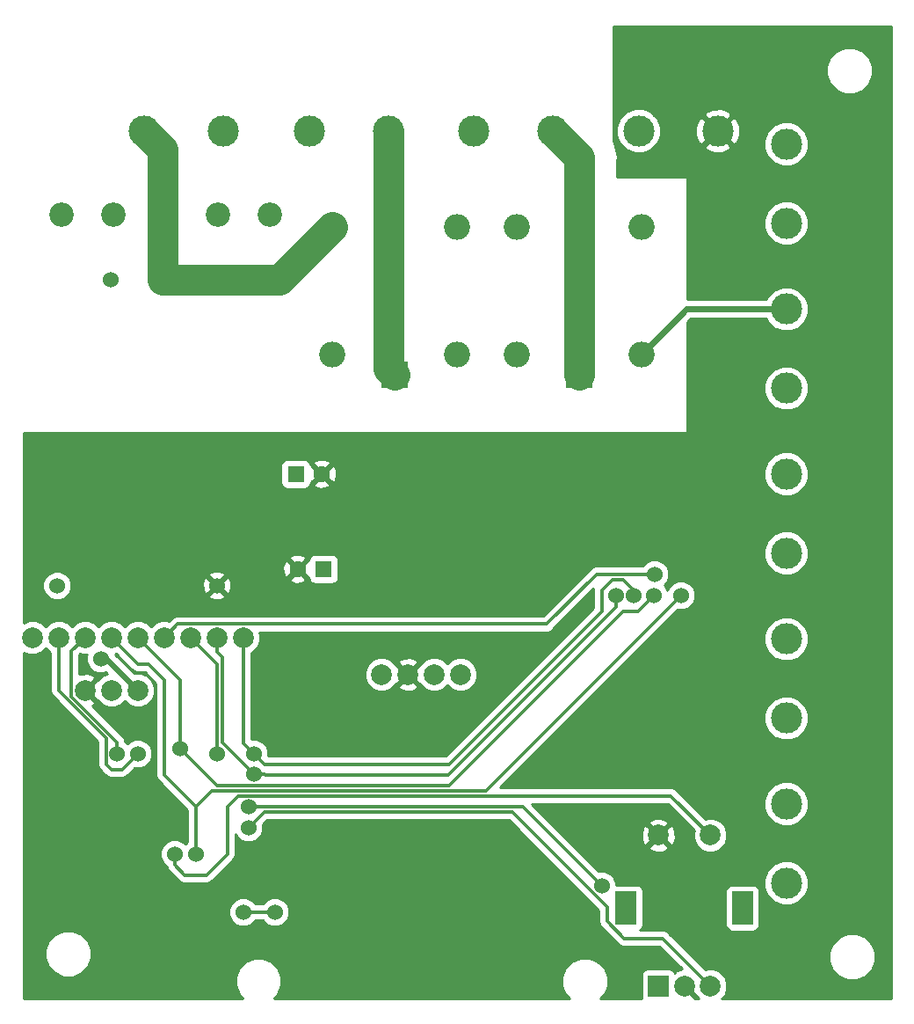
<source format=gbr>
G04 #@! TF.GenerationSoftware,KiCad,Pcbnew,5.0.0-fee4fd1~66~ubuntu16.04.1*
G04 #@! TF.CreationDate,2019-07-26T21:19:50+02:00*
G04 #@! TF.ProjectId,master_module,6D61737465725F6D6F64756C652E6B69,rev?*
G04 #@! TF.SameCoordinates,Original*
G04 #@! TF.FileFunction,Copper,L2,Bot,Signal*
G04 #@! TF.FilePolarity,Positive*
%FSLAX46Y46*%
G04 Gerber Fmt 4.6, Leading zero omitted, Abs format (unit mm)*
G04 Created by KiCad (PCBNEW 5.0.0-fee4fd1~66~ubuntu16.04.1) date Fri Jul 26 21:19:50 2019*
%MOMM*%
%LPD*%
G01*
G04 APERTURE LIST*
G04 #@! TA.AperFunction,ComponentPad*
%ADD10C,3.000000*%
G04 #@! TD*
G04 #@! TA.AperFunction,ComponentPad*
%ADD11R,2.500000X2.500000*%
G04 #@! TD*
G04 #@! TA.AperFunction,ComponentPad*
%ADD12O,2.500000X2.500000*%
G04 #@! TD*
G04 #@! TA.AperFunction,ComponentPad*
%ADD13C,2.000000*%
G04 #@! TD*
G04 #@! TA.AperFunction,ComponentPad*
%ADD14C,1.600000*%
G04 #@! TD*
G04 #@! TA.AperFunction,ComponentPad*
%ADD15R,1.600000X1.600000*%
G04 #@! TD*
G04 #@! TA.AperFunction,ComponentPad*
%ADD16C,2.350000*%
G04 #@! TD*
G04 #@! TA.AperFunction,ComponentPad*
%ADD17R,2.000000X3.200000*%
G04 #@! TD*
G04 #@! TA.AperFunction,ComponentPad*
%ADD18R,2.000000X2.000000*%
G04 #@! TD*
G04 #@! TA.AperFunction,ComponentPad*
%ADD19C,1.524000*%
G04 #@! TD*
G04 #@! TA.AperFunction,ViaPad*
%ADD20C,1.524000*%
G04 #@! TD*
G04 #@! TA.AperFunction,Conductor*
%ADD21C,0.609600*%
G04 #@! TD*
G04 #@! TA.AperFunction,Conductor*
%ADD22C,0.304800*%
G04 #@! TD*
G04 #@! TA.AperFunction,Conductor*
%ADD23C,3.000000*%
G04 #@! TD*
G04 #@! TA.AperFunction,Conductor*
%ADD24C,1.000000*%
G04 #@! TD*
G04 #@! TA.AperFunction,Conductor*
%ADD25C,0.254000*%
G04 #@! TD*
G04 APERTURE END LIST*
D10*
G04 #@! TO.P,J10,1*
G04 #@! TO.N,/230V_B*
X123190000Y-50800000D03*
G04 #@! TO.P,J10,2*
G04 #@! TO.N,/230V_E*
X130810000Y-50800000D03*
G04 #@! TD*
D11*
G04 #@! TO.P,K1,1*
G04 #@! TO.N,/230V_E*
X131445000Y-74295000D03*
D12*
G04 #@! TO.P,K1,2*
G04 #@! TO.N,+12V*
X137445000Y-72295000D03*
G04 #@! TO.P,K1,3*
G04 #@! TO.N,Net-(K1-Pad3)*
X137445000Y-60095000D03*
G04 #@! TO.P,K1,4*
G04 #@! TO.N,/230V_C*
X125445000Y-60095000D03*
G04 #@! TO.P,K1,5*
G04 #@! TO.N,RE1*
X125445000Y-72295000D03*
G04 #@! TD*
D13*
G04 #@! TO.P,J1,1*
G04 #@! TO.N,SDA*
X137795000Y-103124000D03*
G04 #@! TO.P,J1,2*
G04 #@! TO.N,SCL*
X135255000Y-103124000D03*
G04 #@! TO.P,J1,3*
G04 #@! TO.N,GND*
X132715000Y-103124000D03*
G04 #@! TO.P,J1,4*
G04 #@! TO.N,+3V3*
X130175000Y-103124000D03*
G04 #@! TD*
D10*
G04 #@! TO.P,J12,1*
G04 #@! TO.N,+12V*
X154940000Y-50800000D03*
G04 #@! TO.P,J12,2*
G04 #@! TO.N,GND*
X162560000Y-50800000D03*
G04 #@! TD*
G04 #@! TO.P,J3,2*
G04 #@! TO.N,/RE3*
X169164000Y-59690000D03*
G04 #@! TO.P,J3,1*
G04 #@! TO.N,+12V*
X169164000Y-52070000D03*
G04 #@! TD*
G04 #@! TO.P,J4,1*
G04 #@! TO.N,+12V*
X169164000Y-67945000D03*
G04 #@! TO.P,J4,2*
G04 #@! TO.N,/RE4*
X169164000Y-75565000D03*
G04 #@! TD*
G04 #@! TO.P,J5,2*
G04 #@! TO.N,/RE5*
X169164000Y-91440000D03*
G04 #@! TO.P,J5,1*
G04 #@! TO.N,+12V*
X169164000Y-83820000D03*
G04 #@! TD*
G04 #@! TO.P,J6,1*
G04 #@! TO.N,+12V*
X169164000Y-115570000D03*
G04 #@! TO.P,J6,2*
G04 #@! TO.N,/RE7*
X169164000Y-123190000D03*
G04 #@! TD*
G04 #@! TO.P,J7,2*
G04 #@! TO.N,/RE6*
X169164000Y-107315000D03*
G04 #@! TO.P,J7,1*
G04 #@! TO.N,+12V*
X169164000Y-99695000D03*
G04 #@! TD*
G04 #@! TO.P,J9,2*
G04 #@! TO.N,/230V_A*
X114935000Y-50800000D03*
G04 #@! TO.P,J9,1*
G04 #@! TO.N,/230V_C*
X107315000Y-50800000D03*
G04 #@! TD*
G04 #@! TO.P,J11,2*
G04 #@! TO.N,/230V_F*
X146685000Y-50800000D03*
G04 #@! TO.P,J11,1*
G04 #@! TO.N,/230V_B*
X139065000Y-50800000D03*
G04 #@! TD*
D12*
G04 #@! TO.P,K2,5*
G04 #@! TO.N,RE2*
X143225000Y-72295000D03*
G04 #@! TO.P,K2,4*
G04 #@! TO.N,/230V_C*
X143225000Y-60095000D03*
G04 #@! TO.P,K2,3*
G04 #@! TO.N,Net-(K2-Pad3)*
X155225000Y-60095000D03*
G04 #@! TO.P,K2,2*
G04 #@! TO.N,+12V*
X155225000Y-72295000D03*
D11*
G04 #@! TO.P,K2,1*
G04 #@! TO.N,/230V_F*
X149225000Y-74295000D03*
G04 #@! TD*
D13*
G04 #@! TO.P,JP1,1*
G04 #@! TO.N,+3V3*
X106680000Y-104648000D03*
G04 #@! TO.P,JP1,2*
G04 #@! TO.N,Net-(JP1-Pad2)*
X104140000Y-104648000D03*
G04 #@! TO.P,JP1,3*
G04 #@! TO.N,GND*
X101600000Y-104648000D03*
G04 #@! TD*
G04 #@! TO.P,J2,1*
G04 #@! TO.N,GPIO0*
X96520000Y-99568000D03*
G04 #@! TO.P,J2,2*
G04 #@! TO.N,RX*
X99060000Y-99568000D03*
G04 #@! TO.P,J2,3*
G04 #@! TO.N,TX*
X101600000Y-99568000D03*
G04 #@! TO.P,J2,4*
G04 #@! TO.N,ENABLE*
X104140000Y-99568000D03*
G04 #@! TO.P,J2,5*
G04 #@! TO.N,LATCH*
X106680000Y-99568000D03*
G04 #@! TO.P,J2,6*
G04 #@! TO.N,DOUT*
X109220000Y-99568000D03*
G04 #@! TO.P,J2,7*
G04 #@! TO.N,/MISO*
X111760000Y-99568000D03*
G04 #@! TO.P,J2,8*
G04 #@! TO.N,/MOSI*
X114300000Y-99568000D03*
G04 #@! TO.P,J2,9*
G04 #@! TO.N,/SCLK*
X116840000Y-99568000D03*
G04 #@! TD*
D14*
G04 #@! TO.P,C3,2*
G04 #@! TO.N,GND*
X122087000Y-92964000D03*
D15*
G04 #@! TO.P,C3,1*
G04 #@! TO.N,+3V3*
X124587000Y-92964000D03*
G04 #@! TD*
G04 #@! TO.P,C2,1*
G04 #@! TO.N,+12V*
X121920000Y-83820000D03*
D14*
G04 #@! TO.P,C2,2*
G04 #@! TO.N,GND*
X124420000Y-83820000D03*
G04 #@! TD*
D16*
G04 #@! TO.P,F1,2*
G04 #@! TO.N,/230V_A*
X104380000Y-58902600D03*
X99380000Y-58902600D03*
G04 #@! TO.P,F1,1*
G04 #@! TO.N,/230V_B*
X114380000Y-58902600D03*
X119380000Y-58902600D03*
G04 #@! TD*
D13*
G04 #@! TO.P,SW1,S1*
G04 #@! TO.N,C*
X161845000Y-118596000D03*
G04 #@! TO.P,SW1,S2*
G04 #@! TO.N,GND*
X156845000Y-118596000D03*
D17*
G04 #@! TO.P,SW1,MP*
G04 #@! TO.N,N/C*
X164945000Y-125596000D03*
X153745000Y-125596000D03*
D13*
G04 #@! TO.P,SW1,B*
G04 #@! TO.N,B*
X161845000Y-133096000D03*
G04 #@! TO.P,SW1,C*
G04 #@! TO.N,GND*
X159345000Y-133096000D03*
D18*
G04 #@! TO.P,SW1,A*
G04 #@! TO.N,A*
X156845000Y-133096000D03*
G04 #@! TD*
D19*
G04 #@! TO.P,T1,1*
G04 #@! TO.N,/230V_C*
X109120000Y-65165000D03*
G04 #@! TO.P,T1,2*
G04 #@! TO.N,/230V_B*
X104120000Y-65165000D03*
G04 #@! TO.P,T1,3*
G04 #@! TO.N,GND*
X114320000Y-94565000D03*
G04 #@! TO.P,T1,4*
G04 #@! TO.N,+12V*
X98920000Y-94565000D03*
G04 #@! TD*
D20*
G04 #@! TO.N,+3V3*
X103124000Y-101600000D03*
G04 #@! TO.N,GND*
X155448000Y-87884000D03*
X134112000Y-107696000D03*
X127000000Y-122936000D03*
X165100000Y-108204000D03*
X168656000Y-103632000D03*
X165100000Y-94488000D03*
X167132000Y-79756000D03*
X166624000Y-63500000D03*
X141732000Y-82804000D03*
X144272000Y-92964000D03*
X125476000Y-101092000D03*
X141224000Y-104648000D03*
X156489400Y-130251200D03*
X113588800Y-127457200D03*
X125933200Y-132181600D03*
X111937800Y-132207000D03*
G04 #@! TO.N,CE*
X116840000Y-125984000D03*
X119888000Y-125984000D03*
G04 #@! TO.N,/SCLK*
X117856000Y-110744000D03*
X154432000Y-95504000D03*
G04 #@! TO.N,/MOSI*
X152755750Y-95527322D03*
X117856000Y-112725178D03*
G04 #@! TO.N,/MISO*
X114300000Y-110744000D03*
G04 #@! TO.N,C*
X110236000Y-120396000D03*
G04 #@! TO.N,B*
X117348000Y-117856000D03*
G04 #@! TO.N,A*
X151384000Y-123444000D03*
X117364107Y-115874810D03*
G04 #@! TO.N,RX*
X106680000Y-110744000D03*
G04 #@! TO.N,TX*
X104698810Y-110744000D03*
G04 #@! TO.N,ENABLE*
X159004000Y-95504000D03*
X112268000Y-120396000D03*
G04 #@! TO.N,LATCH*
X110744000Y-110236000D03*
X156413190Y-95504000D03*
G04 #@! TO.N,DOUT*
X156464000Y-93472000D03*
G04 #@! TD*
D21*
G04 #@! TO.N,+3V3*
X106680000Y-104648000D02*
X103632000Y-101600000D01*
X103632000Y-101600000D02*
X103124000Y-101600000D01*
D22*
G04 #@! TO.N,CE*
X116840000Y-125984000D02*
X119888000Y-125984000D01*
G04 #@! TO.N,/SCLK*
X117856000Y-110744000D02*
X118872000Y-111760000D01*
X118872000Y-111760000D02*
X136652000Y-111760000D01*
X136652000Y-111760000D02*
X151384000Y-97028000D01*
X151384000Y-97028000D02*
X151384000Y-94996000D01*
X151384000Y-94996000D02*
X152400000Y-93980000D01*
X152400000Y-93980000D02*
X153416000Y-93980000D01*
X154432000Y-94996000D02*
X154432000Y-95504000D01*
X153416000Y-93980000D02*
X154432000Y-94996000D01*
X117856000Y-110744000D02*
X116840000Y-109728000D01*
X116840000Y-109728000D02*
X116840000Y-99568000D01*
G04 #@! TO.N,/MOSI*
X114300000Y-100982213D02*
X114808000Y-101490213D01*
X136584702Y-112776000D02*
X118984452Y-112776000D01*
X114808000Y-101490213D02*
X114808000Y-109677178D01*
X114808000Y-109677178D02*
X117094001Y-111963179D01*
X152755750Y-95527322D02*
X152755750Y-96604952D01*
X118933630Y-112725178D02*
X117856000Y-112725178D01*
X114300000Y-99568000D02*
X114300000Y-100982213D01*
X152755750Y-96604952D02*
X136584702Y-112776000D01*
X118984452Y-112776000D02*
X118933630Y-112725178D01*
X117094001Y-111963179D02*
X117856000Y-112725178D01*
G04 #@! TO.N,/MISO*
X111760000Y-99568000D02*
X114300000Y-102108000D01*
X114300000Y-102108000D02*
X114300000Y-109666370D01*
X114300000Y-109666370D02*
X114300000Y-110744000D01*
D21*
G04 #@! TO.N,+12V*
X159575000Y-67945000D02*
X155225000Y-72295000D01*
X169164000Y-67945000D02*
X159575000Y-67945000D01*
D22*
G04 #@! TO.N,C*
X110236000Y-121473630D02*
X111190370Y-122428000D01*
X110236000Y-120396000D02*
X110236000Y-121473630D01*
X111190370Y-122428000D02*
X113284000Y-122428000D01*
X113284000Y-122428000D02*
X115316000Y-120396000D01*
X115316000Y-120396000D02*
X115316000Y-115824000D01*
X115316000Y-115824000D02*
X116332000Y-114808000D01*
X158057000Y-114808000D02*
X161845000Y-118596000D01*
X116332000Y-114808000D02*
X158057000Y-114808000D01*
G04 #@! TO.N,B*
X157273000Y-128524000D02*
X161845000Y-133096000D01*
X153524358Y-128524000D02*
X157273000Y-128524000D01*
X151892000Y-126891642D02*
X153524358Y-128524000D01*
X151892000Y-125476000D02*
X151892000Y-126891642D01*
X142748000Y-116332000D02*
X151892000Y-125476000D01*
X117348000Y-117856000D02*
X118872000Y-116332000D01*
X118872000Y-116332000D02*
X142748000Y-116332000D01*
G04 #@! TO.N,A*
X118441758Y-115874789D02*
X118441737Y-115874810D01*
X118441737Y-115874810D02*
X117364107Y-115874810D01*
X151384000Y-123444000D02*
X143814789Y-115874789D01*
X143814789Y-115874789D02*
X118441758Y-115874789D01*
G04 #@! TO.N,RX*
X99060000Y-104648000D02*
X99060000Y-99568000D01*
X103632000Y-109220000D02*
X99060000Y-104648000D01*
X103632000Y-111760000D02*
X103632000Y-109220000D01*
X104140000Y-112268000D02*
X103632000Y-111760000D01*
X106680000Y-110744000D02*
X105156000Y-112268000D01*
X105156000Y-112268000D02*
X104140000Y-112268000D01*
G04 #@! TO.N,TX*
X101600000Y-99568000D02*
X100295199Y-100872801D01*
X104698810Y-109666370D02*
X104698810Y-110744000D01*
X100295199Y-100872801D02*
X100295199Y-105236607D01*
X104698810Y-109640218D02*
X104698810Y-109666370D01*
X100295199Y-105236607D02*
X104698810Y-109640218D01*
G04 #@! TO.N,ENABLE*
X112268000Y-115824000D02*
X112268000Y-120396000D01*
X106680000Y-102108000D02*
X104140000Y-99568000D01*
X107696000Y-102108000D02*
X106680000Y-102108000D01*
X109220000Y-103632000D02*
X107696000Y-102108000D01*
X112268000Y-115824000D02*
X109220000Y-112776000D01*
X109220000Y-112776000D02*
X109220000Y-103632000D01*
X113792000Y-114300000D02*
X112268000Y-115824000D01*
X159004000Y-95504000D02*
X140208000Y-114300000D01*
X140208000Y-114300000D02*
X113792000Y-114300000D01*
G04 #@! TO.N,LATCH*
X110744000Y-103632000D02*
X106680000Y-99568000D01*
X110744000Y-110236000D02*
X110744000Y-103632000D01*
X136652000Y-113792000D02*
X153416000Y-97028000D01*
X118557459Y-113792000D02*
X136652000Y-113792000D01*
X153416000Y-97028000D02*
X154889190Y-97028000D01*
X118557447Y-113791988D02*
X118557459Y-113792000D01*
X114299988Y-113791988D02*
X118557447Y-113791988D01*
X154889190Y-97028000D02*
X155651191Y-96265999D01*
X155651191Y-96265999D02*
X156413190Y-95504000D01*
X110744000Y-110236000D02*
X114299988Y-113791988D01*
G04 #@! TO.N,DOUT*
X110524801Y-98263199D02*
X146084801Y-98263199D01*
X109220000Y-99568000D02*
X110524801Y-98263199D01*
X146084801Y-98263199D02*
X150876000Y-93472000D01*
X150876000Y-93472000D02*
X156464000Y-93472000D01*
D23*
G04 #@! TO.N,/230V_F*
X149225000Y-53340000D02*
X149225000Y-74295000D01*
X146685000Y-50800000D02*
X149225000Y-53340000D01*
D24*
G04 #@! TO.N,/230V_E*
X131445000Y-51435000D02*
X130810000Y-50800000D01*
D23*
X130810000Y-73660000D02*
X131445000Y-74295000D01*
X130810000Y-50800000D02*
X130810000Y-73660000D01*
G04 #@! TO.N,/230V_C*
X109120000Y-52605000D02*
X109120000Y-65165000D01*
X107315000Y-50800000D02*
X109120000Y-52605000D01*
X120375000Y-65165000D02*
X125445000Y-60095000D01*
X109120000Y-65165000D02*
X120375000Y-65165000D01*
G04 #@! TD*
D25*
G04 #@! TO.N,GND*
G36*
X159538748Y-133081858D02*
X159524605Y-133096000D01*
X160497532Y-134068927D01*
X160503486Y-134066725D01*
X160726761Y-134290000D01*
X160302595Y-134290000D01*
X160317927Y-134248532D01*
X159345000Y-133275605D01*
X159330858Y-133289748D01*
X159151253Y-133110143D01*
X159165395Y-133096000D01*
X159151253Y-133081858D01*
X159330858Y-132902253D01*
X159345000Y-132916395D01*
X159359143Y-132902253D01*
X159538748Y-133081858D01*
X159538748Y-133081858D01*
G37*
X159538748Y-133081858D02*
X159524605Y-133096000D01*
X160497532Y-134068927D01*
X160503486Y-134066725D01*
X160726761Y-134290000D01*
X160302595Y-134290000D01*
X160317927Y-134248532D01*
X159345000Y-133275605D01*
X159330858Y-133289748D01*
X159151253Y-133110143D01*
X159165395Y-133096000D01*
X159151253Y-133081858D01*
X159330858Y-132902253D01*
X159345000Y-132916395D01*
X159359143Y-132902253D01*
X159538748Y-133081858D01*
G36*
X179290001Y-134290000D02*
X162963239Y-134290000D01*
X163231086Y-134022153D01*
X163480000Y-133421222D01*
X163480000Y-132770778D01*
X163231086Y-132169847D01*
X162771153Y-131709914D01*
X162170222Y-131461000D01*
X161519778Y-131461000D01*
X161381025Y-131518473D01*
X159719983Y-129857431D01*
X173279000Y-129857431D01*
X173279000Y-130746569D01*
X173619259Y-131568026D01*
X174247974Y-132196741D01*
X175069431Y-132537000D01*
X175958569Y-132537000D01*
X176780026Y-132196741D01*
X177408741Y-131568026D01*
X177749000Y-130746569D01*
X177749000Y-129857431D01*
X177408741Y-129035974D01*
X176780026Y-128407259D01*
X175958569Y-128067000D01*
X175069431Y-128067000D01*
X174247974Y-128407259D01*
X173619259Y-129035974D01*
X173279000Y-129857431D01*
X159719983Y-129857431D01*
X157884616Y-128022065D01*
X157840684Y-127956316D01*
X157580228Y-127782285D01*
X157350552Y-127736600D01*
X157350551Y-127736600D01*
X157273000Y-127721174D01*
X157195449Y-127736600D01*
X155078904Y-127736600D01*
X155202809Y-127653809D01*
X155343157Y-127443765D01*
X155392440Y-127196000D01*
X155392440Y-123996000D01*
X163297560Y-123996000D01*
X163297560Y-127196000D01*
X163346843Y-127443765D01*
X163487191Y-127653809D01*
X163697235Y-127794157D01*
X163945000Y-127843440D01*
X165945000Y-127843440D01*
X166192765Y-127794157D01*
X166402809Y-127653809D01*
X166543157Y-127443765D01*
X166592440Y-127196000D01*
X166592440Y-123996000D01*
X166543157Y-123748235D01*
X166402809Y-123538191D01*
X166192765Y-123397843D01*
X165945000Y-123348560D01*
X163945000Y-123348560D01*
X163697235Y-123397843D01*
X163487191Y-123538191D01*
X163346843Y-123748235D01*
X163297560Y-123996000D01*
X155392440Y-123996000D01*
X155343157Y-123748235D01*
X155202809Y-123538191D01*
X154992765Y-123397843D01*
X154745000Y-123348560D01*
X152781000Y-123348560D01*
X152781000Y-123166119D01*
X152614985Y-122765322D01*
X167029000Y-122765322D01*
X167029000Y-123614678D01*
X167354034Y-124399380D01*
X167954620Y-124999966D01*
X168739322Y-125325000D01*
X169588678Y-125325000D01*
X170373380Y-124999966D01*
X170973966Y-124399380D01*
X171299000Y-123614678D01*
X171299000Y-122765322D01*
X170973966Y-121980620D01*
X170373380Y-121380034D01*
X169588678Y-121055000D01*
X168739322Y-121055000D01*
X167954620Y-121380034D01*
X167354034Y-121980620D01*
X167029000Y-122765322D01*
X152614985Y-122765322D01*
X152568320Y-122652663D01*
X152175337Y-122259680D01*
X151661881Y-122047000D01*
X151106119Y-122047000D01*
X151102182Y-122048631D01*
X148802083Y-119748532D01*
X155872073Y-119748532D01*
X155970736Y-120015387D01*
X156580461Y-120241908D01*
X157230460Y-120217856D01*
X157719264Y-120015387D01*
X157817927Y-119748532D01*
X156845000Y-118775605D01*
X155872073Y-119748532D01*
X148802083Y-119748532D01*
X147385012Y-118331461D01*
X155199092Y-118331461D01*
X155223144Y-118981460D01*
X155425613Y-119470264D01*
X155692468Y-119568927D01*
X156665395Y-118596000D01*
X157024605Y-118596000D01*
X157997532Y-119568927D01*
X158264387Y-119470264D01*
X158490908Y-118860539D01*
X158466856Y-118210540D01*
X158264387Y-117721736D01*
X157997532Y-117623073D01*
X157024605Y-118596000D01*
X156665395Y-118596000D01*
X155692468Y-117623073D01*
X155425613Y-117721736D01*
X155199092Y-118331461D01*
X147385012Y-118331461D01*
X146497019Y-117443468D01*
X155872073Y-117443468D01*
X156845000Y-118416395D01*
X157817927Y-117443468D01*
X157719264Y-117176613D01*
X157109539Y-116950092D01*
X156459540Y-116974144D01*
X155970736Y-117176613D01*
X155872073Y-117443468D01*
X146497019Y-117443468D01*
X144648951Y-115595400D01*
X157730849Y-115595400D01*
X160267473Y-118132025D01*
X160210000Y-118270778D01*
X160210000Y-118921222D01*
X160458914Y-119522153D01*
X160918847Y-119982086D01*
X161519778Y-120231000D01*
X162170222Y-120231000D01*
X162771153Y-119982086D01*
X163231086Y-119522153D01*
X163480000Y-118921222D01*
X163480000Y-118270778D01*
X163231086Y-117669847D01*
X162771153Y-117209914D01*
X162170222Y-116961000D01*
X161519778Y-116961000D01*
X161381025Y-117018473D01*
X159507874Y-115145322D01*
X167029000Y-115145322D01*
X167029000Y-115994678D01*
X167354034Y-116779380D01*
X167954620Y-117379966D01*
X168739322Y-117705000D01*
X169588678Y-117705000D01*
X170373380Y-117379966D01*
X170973966Y-116779380D01*
X171299000Y-115994678D01*
X171299000Y-115145322D01*
X170973966Y-114360620D01*
X170373380Y-113760034D01*
X169588678Y-113435000D01*
X168739322Y-113435000D01*
X167954620Y-113760034D01*
X167354034Y-114360620D01*
X167029000Y-115145322D01*
X159507874Y-115145322D01*
X158668616Y-114306065D01*
X158624684Y-114240316D01*
X158364228Y-114066285D01*
X158134552Y-114020600D01*
X158134551Y-114020600D01*
X158057000Y-114005174D01*
X157979449Y-114020600D01*
X141600951Y-114020600D01*
X148731229Y-106890322D01*
X167029000Y-106890322D01*
X167029000Y-107739678D01*
X167354034Y-108524380D01*
X167954620Y-109124966D01*
X168739322Y-109450000D01*
X169588678Y-109450000D01*
X170373380Y-109124966D01*
X170973966Y-108524380D01*
X171299000Y-107739678D01*
X171299000Y-106890322D01*
X170973966Y-106105620D01*
X170373380Y-105505034D01*
X169588678Y-105180000D01*
X168739322Y-105180000D01*
X167954620Y-105505034D01*
X167354034Y-106105620D01*
X167029000Y-106890322D01*
X148731229Y-106890322D01*
X156351229Y-99270322D01*
X167029000Y-99270322D01*
X167029000Y-100119678D01*
X167354034Y-100904380D01*
X167954620Y-101504966D01*
X168739322Y-101830000D01*
X169588678Y-101830000D01*
X170373380Y-101504966D01*
X170973966Y-100904380D01*
X171299000Y-100119678D01*
X171299000Y-99270322D01*
X170973966Y-98485620D01*
X170373380Y-97885034D01*
X169588678Y-97560000D01*
X168739322Y-97560000D01*
X167954620Y-97885034D01*
X167354034Y-98485620D01*
X167029000Y-99270322D01*
X156351229Y-99270322D01*
X158722183Y-96899369D01*
X158726119Y-96901000D01*
X159281881Y-96901000D01*
X159795337Y-96688320D01*
X160188320Y-96295337D01*
X160401000Y-95781881D01*
X160401000Y-95226119D01*
X160188320Y-94712663D01*
X159795337Y-94319680D01*
X159281881Y-94107000D01*
X158726119Y-94107000D01*
X158212663Y-94319680D01*
X157819680Y-94712663D01*
X157708595Y-94980846D01*
X157597510Y-94712663D01*
X157398252Y-94513405D01*
X157648320Y-94263337D01*
X157861000Y-93749881D01*
X157861000Y-93194119D01*
X157648320Y-92680663D01*
X157255337Y-92287680D01*
X156741881Y-92075000D01*
X156186119Y-92075000D01*
X155672663Y-92287680D01*
X155279680Y-92680663D01*
X155278049Y-92684600D01*
X150953551Y-92684600D01*
X150876000Y-92669174D01*
X150798449Y-92684600D01*
X150798448Y-92684600D01*
X150568772Y-92730285D01*
X150308316Y-92904316D01*
X150264386Y-92970062D01*
X145758650Y-97475799D01*
X110602351Y-97475799D01*
X110524800Y-97460373D01*
X110447249Y-97475799D01*
X110217573Y-97521484D01*
X109957117Y-97695515D01*
X109913187Y-97761261D01*
X109683975Y-97990473D01*
X109545222Y-97933000D01*
X108894778Y-97933000D01*
X108293847Y-98181914D01*
X107950000Y-98525761D01*
X107606153Y-98181914D01*
X107005222Y-97933000D01*
X106354778Y-97933000D01*
X105753847Y-98181914D01*
X105410000Y-98525761D01*
X105066153Y-98181914D01*
X104465222Y-97933000D01*
X103814778Y-97933000D01*
X103213847Y-98181914D01*
X102870000Y-98525761D01*
X102526153Y-98181914D01*
X101925222Y-97933000D01*
X101274778Y-97933000D01*
X100673847Y-98181914D01*
X100330000Y-98525761D01*
X99986153Y-98181914D01*
X99385222Y-97933000D01*
X98734778Y-97933000D01*
X98133847Y-98181914D01*
X97790000Y-98525761D01*
X97446153Y-98181914D01*
X96845222Y-97933000D01*
X96194778Y-97933000D01*
X95710000Y-98133802D01*
X95710000Y-94287119D01*
X97523000Y-94287119D01*
X97523000Y-94842881D01*
X97735680Y-95356337D01*
X98128663Y-95749320D01*
X98642119Y-95962000D01*
X99197881Y-95962000D01*
X99711337Y-95749320D01*
X99915444Y-95545213D01*
X113519392Y-95545213D01*
X113588857Y-95787397D01*
X114112302Y-95974144D01*
X114667368Y-95946362D01*
X115051143Y-95787397D01*
X115120608Y-95545213D01*
X114320000Y-94744605D01*
X113519392Y-95545213D01*
X99915444Y-95545213D01*
X100104320Y-95356337D01*
X100317000Y-94842881D01*
X100317000Y-94357302D01*
X112910856Y-94357302D01*
X112938638Y-94912368D01*
X113097603Y-95296143D01*
X113339787Y-95365608D01*
X114140395Y-94565000D01*
X114499605Y-94565000D01*
X115300213Y-95365608D01*
X115542397Y-95296143D01*
X115729144Y-94772698D01*
X115701362Y-94217632D01*
X115599513Y-93971745D01*
X121258861Y-93971745D01*
X121332995Y-94217864D01*
X121870223Y-94410965D01*
X122440454Y-94383778D01*
X122841005Y-94217864D01*
X122915139Y-93971745D01*
X122087000Y-93143605D01*
X121258861Y-93971745D01*
X115599513Y-93971745D01*
X115542397Y-93833857D01*
X115300213Y-93764392D01*
X114499605Y-94565000D01*
X114140395Y-94565000D01*
X113339787Y-93764392D01*
X113097603Y-93833857D01*
X112910856Y-94357302D01*
X100317000Y-94357302D01*
X100317000Y-94287119D01*
X100104320Y-93773663D01*
X99915444Y-93584787D01*
X113519392Y-93584787D01*
X114320000Y-94385395D01*
X115120608Y-93584787D01*
X115051143Y-93342603D01*
X114527698Y-93155856D01*
X113972632Y-93183638D01*
X113588857Y-93342603D01*
X113519392Y-93584787D01*
X99915444Y-93584787D01*
X99711337Y-93380680D01*
X99197881Y-93168000D01*
X98642119Y-93168000D01*
X98128663Y-93380680D01*
X97735680Y-93773663D01*
X97523000Y-94287119D01*
X95710000Y-94287119D01*
X95710000Y-92747223D01*
X120640035Y-92747223D01*
X120667222Y-93317454D01*
X120833136Y-93718005D01*
X121079255Y-93792139D01*
X121907395Y-92964000D01*
X122266605Y-92964000D01*
X123094745Y-93792139D01*
X123142307Y-93777813D01*
X123188843Y-94011765D01*
X123329191Y-94221809D01*
X123539235Y-94362157D01*
X123787000Y-94411440D01*
X125387000Y-94411440D01*
X125634765Y-94362157D01*
X125844809Y-94221809D01*
X125985157Y-94011765D01*
X126034440Y-93764000D01*
X126034440Y-92164000D01*
X125985157Y-91916235D01*
X125844809Y-91706191D01*
X125634765Y-91565843D01*
X125387000Y-91516560D01*
X123787000Y-91516560D01*
X123539235Y-91565843D01*
X123329191Y-91706191D01*
X123188843Y-91916235D01*
X123142307Y-92150187D01*
X123094745Y-92135861D01*
X122266605Y-92964000D01*
X121907395Y-92964000D01*
X121079255Y-92135861D01*
X120833136Y-92209995D01*
X120640035Y-92747223D01*
X95710000Y-92747223D01*
X95710000Y-91956255D01*
X121258861Y-91956255D01*
X122087000Y-92784395D01*
X122915139Y-91956255D01*
X122841005Y-91710136D01*
X122303777Y-91517035D01*
X121733546Y-91544222D01*
X121332995Y-91710136D01*
X121258861Y-91956255D01*
X95710000Y-91956255D01*
X95710000Y-91015322D01*
X167029000Y-91015322D01*
X167029000Y-91864678D01*
X167354034Y-92649380D01*
X167954620Y-93249966D01*
X168739322Y-93575000D01*
X169588678Y-93575000D01*
X170373380Y-93249966D01*
X170973966Y-92649380D01*
X171299000Y-91864678D01*
X171299000Y-91015322D01*
X170973966Y-90230620D01*
X170373380Y-89630034D01*
X169588678Y-89305000D01*
X168739322Y-89305000D01*
X167954620Y-89630034D01*
X167354034Y-90230620D01*
X167029000Y-91015322D01*
X95710000Y-91015322D01*
X95710000Y-83020000D01*
X120472560Y-83020000D01*
X120472560Y-84620000D01*
X120521843Y-84867765D01*
X120662191Y-85077809D01*
X120872235Y-85218157D01*
X121120000Y-85267440D01*
X122720000Y-85267440D01*
X122967765Y-85218157D01*
X123177809Y-85077809D01*
X123318157Y-84867765D01*
X123326117Y-84827745D01*
X123591861Y-84827745D01*
X123665995Y-85073864D01*
X124203223Y-85266965D01*
X124773454Y-85239778D01*
X125174005Y-85073864D01*
X125248139Y-84827745D01*
X124420000Y-83999605D01*
X123591861Y-84827745D01*
X123326117Y-84827745D01*
X123364693Y-84633813D01*
X123412255Y-84648139D01*
X124240395Y-83820000D01*
X124599605Y-83820000D01*
X125427745Y-84648139D01*
X125673864Y-84574005D01*
X125866965Y-84036777D01*
X125839778Y-83466546D01*
X125810276Y-83395322D01*
X167029000Y-83395322D01*
X167029000Y-84244678D01*
X167354034Y-85029380D01*
X167954620Y-85629966D01*
X168739322Y-85955000D01*
X169588678Y-85955000D01*
X170373380Y-85629966D01*
X170973966Y-85029380D01*
X171299000Y-84244678D01*
X171299000Y-83395322D01*
X170973966Y-82610620D01*
X170373380Y-82010034D01*
X169588678Y-81685000D01*
X168739322Y-81685000D01*
X167954620Y-82010034D01*
X167354034Y-82610620D01*
X167029000Y-83395322D01*
X125810276Y-83395322D01*
X125673864Y-83065995D01*
X125427745Y-82991861D01*
X124599605Y-83820000D01*
X124240395Y-83820000D01*
X123412255Y-82991861D01*
X123364693Y-83006187D01*
X123326118Y-82812255D01*
X123591861Y-82812255D01*
X124420000Y-83640395D01*
X125248139Y-82812255D01*
X125174005Y-82566136D01*
X124636777Y-82373035D01*
X124066546Y-82400222D01*
X123665995Y-82566136D01*
X123591861Y-82812255D01*
X123326118Y-82812255D01*
X123318157Y-82772235D01*
X123177809Y-82562191D01*
X122967765Y-82421843D01*
X122720000Y-82372560D01*
X121120000Y-82372560D01*
X120872235Y-82421843D01*
X120662191Y-82562191D01*
X120521843Y-82772235D01*
X120472560Y-83020000D01*
X95710000Y-83020000D01*
X95710000Y-79883000D01*
X159512000Y-79883000D01*
X159560601Y-79873333D01*
X159601803Y-79845803D01*
X159629333Y-79804601D01*
X159639000Y-79756000D01*
X159639000Y-75140322D01*
X167029000Y-75140322D01*
X167029000Y-75989678D01*
X167354034Y-76774380D01*
X167954620Y-77374966D01*
X168739322Y-77700000D01*
X169588678Y-77700000D01*
X170373380Y-77374966D01*
X170973966Y-76774380D01*
X171299000Y-75989678D01*
X171299000Y-75140322D01*
X170973966Y-74355620D01*
X170373380Y-73755034D01*
X169588678Y-73430000D01*
X168739322Y-73430000D01*
X167954620Y-73755034D01*
X167354034Y-74355620D01*
X167029000Y-75140322D01*
X159639000Y-75140322D01*
X159639000Y-69210078D01*
X159964278Y-68884800D01*
X167242370Y-68884800D01*
X167354034Y-69154380D01*
X167954620Y-69754966D01*
X168739322Y-70080000D01*
X169588678Y-70080000D01*
X170373380Y-69754966D01*
X170973966Y-69154380D01*
X171299000Y-68369678D01*
X171299000Y-67520322D01*
X170973966Y-66735620D01*
X170373380Y-66135034D01*
X169588678Y-65810000D01*
X168739322Y-65810000D01*
X167954620Y-66135034D01*
X167354034Y-66735620D01*
X167242370Y-67005200D01*
X159667554Y-67005200D01*
X159639000Y-66999520D01*
X159639000Y-59265322D01*
X167029000Y-59265322D01*
X167029000Y-60114678D01*
X167354034Y-60899380D01*
X167954620Y-61499966D01*
X168739322Y-61825000D01*
X169588678Y-61825000D01*
X170373380Y-61499966D01*
X170973966Y-60899380D01*
X171299000Y-60114678D01*
X171299000Y-59265322D01*
X170973966Y-58480620D01*
X170373380Y-57880034D01*
X169588678Y-57555000D01*
X168739322Y-57555000D01*
X167954620Y-57880034D01*
X167354034Y-58480620D01*
X167029000Y-59265322D01*
X159639000Y-59265322D01*
X159639000Y-55372000D01*
X159629333Y-55323399D01*
X159601803Y-55282197D01*
X159560601Y-55254667D01*
X159512000Y-55245000D01*
X152852000Y-55245000D01*
X152852000Y-53697221D01*
X152923056Y-53339999D01*
X152852000Y-52982777D01*
X152852000Y-52982773D01*
X152641559Y-51924815D01*
X152527000Y-51753365D01*
X152527000Y-50375322D01*
X152805000Y-50375322D01*
X152805000Y-51224678D01*
X153130034Y-52009380D01*
X153730620Y-52609966D01*
X154515322Y-52935000D01*
X155364678Y-52935000D01*
X156149380Y-52609966D01*
X156445376Y-52313970D01*
X161225635Y-52313970D01*
X161385418Y-52632739D01*
X162176187Y-52942723D01*
X163025387Y-52926497D01*
X163734582Y-52632739D01*
X163894365Y-52313970D01*
X162560000Y-50979605D01*
X161225635Y-52313970D01*
X156445376Y-52313970D01*
X156749966Y-52009380D01*
X157075000Y-51224678D01*
X157075000Y-50416187D01*
X160417277Y-50416187D01*
X160433503Y-51265387D01*
X160727261Y-51974582D01*
X161046030Y-52134365D01*
X162380395Y-50800000D01*
X162739605Y-50800000D01*
X164073970Y-52134365D01*
X164392739Y-51974582D01*
X164521809Y-51645322D01*
X167029000Y-51645322D01*
X167029000Y-52494678D01*
X167354034Y-53279380D01*
X167954620Y-53879966D01*
X168739322Y-54205000D01*
X169588678Y-54205000D01*
X170373380Y-53879966D01*
X170973966Y-53279380D01*
X171299000Y-52494678D01*
X171299000Y-51645322D01*
X170973966Y-50860620D01*
X170373380Y-50260034D01*
X169588678Y-49935000D01*
X168739322Y-49935000D01*
X167954620Y-50260034D01*
X167354034Y-50860620D01*
X167029000Y-51645322D01*
X164521809Y-51645322D01*
X164702723Y-51183813D01*
X164686497Y-50334613D01*
X164392739Y-49625418D01*
X164073970Y-49465635D01*
X162739605Y-50800000D01*
X162380395Y-50800000D01*
X161046030Y-49465635D01*
X160727261Y-49625418D01*
X160417277Y-50416187D01*
X157075000Y-50416187D01*
X157075000Y-50375322D01*
X156749966Y-49590620D01*
X156445376Y-49286030D01*
X161225635Y-49286030D01*
X162560000Y-50620395D01*
X163894365Y-49286030D01*
X163734582Y-48967261D01*
X162943813Y-48657277D01*
X162094613Y-48673503D01*
X161385418Y-48967261D01*
X161225635Y-49286030D01*
X156445376Y-49286030D01*
X156149380Y-48990034D01*
X155364678Y-48665000D01*
X154515322Y-48665000D01*
X153730620Y-48990034D01*
X153130034Y-49590620D01*
X152805000Y-50375322D01*
X152527000Y-50375322D01*
X152527000Y-44555431D01*
X173025000Y-44555431D01*
X173025000Y-45444569D01*
X173365259Y-46266026D01*
X173993974Y-46894741D01*
X174815431Y-47235000D01*
X175704569Y-47235000D01*
X176526026Y-46894741D01*
X177154741Y-46266026D01*
X177495000Y-45444569D01*
X177495000Y-44555431D01*
X177154741Y-43733974D01*
X176526026Y-43105259D01*
X175704569Y-42765000D01*
X174815431Y-42765000D01*
X173993974Y-43105259D01*
X173365259Y-43733974D01*
X173025000Y-44555431D01*
X152527000Y-44555431D01*
X152527000Y-40710000D01*
X179290000Y-40710000D01*
X179290001Y-134290000D01*
X179290001Y-134290000D01*
G37*
X179290001Y-134290000D02*
X162963239Y-134290000D01*
X163231086Y-134022153D01*
X163480000Y-133421222D01*
X163480000Y-132770778D01*
X163231086Y-132169847D01*
X162771153Y-131709914D01*
X162170222Y-131461000D01*
X161519778Y-131461000D01*
X161381025Y-131518473D01*
X159719983Y-129857431D01*
X173279000Y-129857431D01*
X173279000Y-130746569D01*
X173619259Y-131568026D01*
X174247974Y-132196741D01*
X175069431Y-132537000D01*
X175958569Y-132537000D01*
X176780026Y-132196741D01*
X177408741Y-131568026D01*
X177749000Y-130746569D01*
X177749000Y-129857431D01*
X177408741Y-129035974D01*
X176780026Y-128407259D01*
X175958569Y-128067000D01*
X175069431Y-128067000D01*
X174247974Y-128407259D01*
X173619259Y-129035974D01*
X173279000Y-129857431D01*
X159719983Y-129857431D01*
X157884616Y-128022065D01*
X157840684Y-127956316D01*
X157580228Y-127782285D01*
X157350552Y-127736600D01*
X157350551Y-127736600D01*
X157273000Y-127721174D01*
X157195449Y-127736600D01*
X155078904Y-127736600D01*
X155202809Y-127653809D01*
X155343157Y-127443765D01*
X155392440Y-127196000D01*
X155392440Y-123996000D01*
X163297560Y-123996000D01*
X163297560Y-127196000D01*
X163346843Y-127443765D01*
X163487191Y-127653809D01*
X163697235Y-127794157D01*
X163945000Y-127843440D01*
X165945000Y-127843440D01*
X166192765Y-127794157D01*
X166402809Y-127653809D01*
X166543157Y-127443765D01*
X166592440Y-127196000D01*
X166592440Y-123996000D01*
X166543157Y-123748235D01*
X166402809Y-123538191D01*
X166192765Y-123397843D01*
X165945000Y-123348560D01*
X163945000Y-123348560D01*
X163697235Y-123397843D01*
X163487191Y-123538191D01*
X163346843Y-123748235D01*
X163297560Y-123996000D01*
X155392440Y-123996000D01*
X155343157Y-123748235D01*
X155202809Y-123538191D01*
X154992765Y-123397843D01*
X154745000Y-123348560D01*
X152781000Y-123348560D01*
X152781000Y-123166119D01*
X152614985Y-122765322D01*
X167029000Y-122765322D01*
X167029000Y-123614678D01*
X167354034Y-124399380D01*
X167954620Y-124999966D01*
X168739322Y-125325000D01*
X169588678Y-125325000D01*
X170373380Y-124999966D01*
X170973966Y-124399380D01*
X171299000Y-123614678D01*
X171299000Y-122765322D01*
X170973966Y-121980620D01*
X170373380Y-121380034D01*
X169588678Y-121055000D01*
X168739322Y-121055000D01*
X167954620Y-121380034D01*
X167354034Y-121980620D01*
X167029000Y-122765322D01*
X152614985Y-122765322D01*
X152568320Y-122652663D01*
X152175337Y-122259680D01*
X151661881Y-122047000D01*
X151106119Y-122047000D01*
X151102182Y-122048631D01*
X148802083Y-119748532D01*
X155872073Y-119748532D01*
X155970736Y-120015387D01*
X156580461Y-120241908D01*
X157230460Y-120217856D01*
X157719264Y-120015387D01*
X157817927Y-119748532D01*
X156845000Y-118775605D01*
X155872073Y-119748532D01*
X148802083Y-119748532D01*
X147385012Y-118331461D01*
X155199092Y-118331461D01*
X155223144Y-118981460D01*
X155425613Y-119470264D01*
X155692468Y-119568927D01*
X156665395Y-118596000D01*
X157024605Y-118596000D01*
X157997532Y-119568927D01*
X158264387Y-119470264D01*
X158490908Y-118860539D01*
X158466856Y-118210540D01*
X158264387Y-117721736D01*
X157997532Y-117623073D01*
X157024605Y-118596000D01*
X156665395Y-118596000D01*
X155692468Y-117623073D01*
X155425613Y-117721736D01*
X155199092Y-118331461D01*
X147385012Y-118331461D01*
X146497019Y-117443468D01*
X155872073Y-117443468D01*
X156845000Y-118416395D01*
X157817927Y-117443468D01*
X157719264Y-117176613D01*
X157109539Y-116950092D01*
X156459540Y-116974144D01*
X155970736Y-117176613D01*
X155872073Y-117443468D01*
X146497019Y-117443468D01*
X144648951Y-115595400D01*
X157730849Y-115595400D01*
X160267473Y-118132025D01*
X160210000Y-118270778D01*
X160210000Y-118921222D01*
X160458914Y-119522153D01*
X160918847Y-119982086D01*
X161519778Y-120231000D01*
X162170222Y-120231000D01*
X162771153Y-119982086D01*
X163231086Y-119522153D01*
X163480000Y-118921222D01*
X163480000Y-118270778D01*
X163231086Y-117669847D01*
X162771153Y-117209914D01*
X162170222Y-116961000D01*
X161519778Y-116961000D01*
X161381025Y-117018473D01*
X159507874Y-115145322D01*
X167029000Y-115145322D01*
X167029000Y-115994678D01*
X167354034Y-116779380D01*
X167954620Y-117379966D01*
X168739322Y-117705000D01*
X169588678Y-117705000D01*
X170373380Y-117379966D01*
X170973966Y-116779380D01*
X171299000Y-115994678D01*
X171299000Y-115145322D01*
X170973966Y-114360620D01*
X170373380Y-113760034D01*
X169588678Y-113435000D01*
X168739322Y-113435000D01*
X167954620Y-113760034D01*
X167354034Y-114360620D01*
X167029000Y-115145322D01*
X159507874Y-115145322D01*
X158668616Y-114306065D01*
X158624684Y-114240316D01*
X158364228Y-114066285D01*
X158134552Y-114020600D01*
X158134551Y-114020600D01*
X158057000Y-114005174D01*
X157979449Y-114020600D01*
X141600951Y-114020600D01*
X148731229Y-106890322D01*
X167029000Y-106890322D01*
X167029000Y-107739678D01*
X167354034Y-108524380D01*
X167954620Y-109124966D01*
X168739322Y-109450000D01*
X169588678Y-109450000D01*
X170373380Y-109124966D01*
X170973966Y-108524380D01*
X171299000Y-107739678D01*
X171299000Y-106890322D01*
X170973966Y-106105620D01*
X170373380Y-105505034D01*
X169588678Y-105180000D01*
X168739322Y-105180000D01*
X167954620Y-105505034D01*
X167354034Y-106105620D01*
X167029000Y-106890322D01*
X148731229Y-106890322D01*
X156351229Y-99270322D01*
X167029000Y-99270322D01*
X167029000Y-100119678D01*
X167354034Y-100904380D01*
X167954620Y-101504966D01*
X168739322Y-101830000D01*
X169588678Y-101830000D01*
X170373380Y-101504966D01*
X170973966Y-100904380D01*
X171299000Y-100119678D01*
X171299000Y-99270322D01*
X170973966Y-98485620D01*
X170373380Y-97885034D01*
X169588678Y-97560000D01*
X168739322Y-97560000D01*
X167954620Y-97885034D01*
X167354034Y-98485620D01*
X167029000Y-99270322D01*
X156351229Y-99270322D01*
X158722183Y-96899369D01*
X158726119Y-96901000D01*
X159281881Y-96901000D01*
X159795337Y-96688320D01*
X160188320Y-96295337D01*
X160401000Y-95781881D01*
X160401000Y-95226119D01*
X160188320Y-94712663D01*
X159795337Y-94319680D01*
X159281881Y-94107000D01*
X158726119Y-94107000D01*
X158212663Y-94319680D01*
X157819680Y-94712663D01*
X157708595Y-94980846D01*
X157597510Y-94712663D01*
X157398252Y-94513405D01*
X157648320Y-94263337D01*
X157861000Y-93749881D01*
X157861000Y-93194119D01*
X157648320Y-92680663D01*
X157255337Y-92287680D01*
X156741881Y-92075000D01*
X156186119Y-92075000D01*
X155672663Y-92287680D01*
X155279680Y-92680663D01*
X155278049Y-92684600D01*
X150953551Y-92684600D01*
X150876000Y-92669174D01*
X150798449Y-92684600D01*
X150798448Y-92684600D01*
X150568772Y-92730285D01*
X150308316Y-92904316D01*
X150264386Y-92970062D01*
X145758650Y-97475799D01*
X110602351Y-97475799D01*
X110524800Y-97460373D01*
X110447249Y-97475799D01*
X110217573Y-97521484D01*
X109957117Y-97695515D01*
X109913187Y-97761261D01*
X109683975Y-97990473D01*
X109545222Y-97933000D01*
X108894778Y-97933000D01*
X108293847Y-98181914D01*
X107950000Y-98525761D01*
X107606153Y-98181914D01*
X107005222Y-97933000D01*
X106354778Y-97933000D01*
X105753847Y-98181914D01*
X105410000Y-98525761D01*
X105066153Y-98181914D01*
X104465222Y-97933000D01*
X103814778Y-97933000D01*
X103213847Y-98181914D01*
X102870000Y-98525761D01*
X102526153Y-98181914D01*
X101925222Y-97933000D01*
X101274778Y-97933000D01*
X100673847Y-98181914D01*
X100330000Y-98525761D01*
X99986153Y-98181914D01*
X99385222Y-97933000D01*
X98734778Y-97933000D01*
X98133847Y-98181914D01*
X97790000Y-98525761D01*
X97446153Y-98181914D01*
X96845222Y-97933000D01*
X96194778Y-97933000D01*
X95710000Y-98133802D01*
X95710000Y-94287119D01*
X97523000Y-94287119D01*
X97523000Y-94842881D01*
X97735680Y-95356337D01*
X98128663Y-95749320D01*
X98642119Y-95962000D01*
X99197881Y-95962000D01*
X99711337Y-95749320D01*
X99915444Y-95545213D01*
X113519392Y-95545213D01*
X113588857Y-95787397D01*
X114112302Y-95974144D01*
X114667368Y-95946362D01*
X115051143Y-95787397D01*
X115120608Y-95545213D01*
X114320000Y-94744605D01*
X113519392Y-95545213D01*
X99915444Y-95545213D01*
X100104320Y-95356337D01*
X100317000Y-94842881D01*
X100317000Y-94357302D01*
X112910856Y-94357302D01*
X112938638Y-94912368D01*
X113097603Y-95296143D01*
X113339787Y-95365608D01*
X114140395Y-94565000D01*
X114499605Y-94565000D01*
X115300213Y-95365608D01*
X115542397Y-95296143D01*
X115729144Y-94772698D01*
X115701362Y-94217632D01*
X115599513Y-93971745D01*
X121258861Y-93971745D01*
X121332995Y-94217864D01*
X121870223Y-94410965D01*
X122440454Y-94383778D01*
X122841005Y-94217864D01*
X122915139Y-93971745D01*
X122087000Y-93143605D01*
X121258861Y-93971745D01*
X115599513Y-93971745D01*
X115542397Y-93833857D01*
X115300213Y-93764392D01*
X114499605Y-94565000D01*
X114140395Y-94565000D01*
X113339787Y-93764392D01*
X113097603Y-93833857D01*
X112910856Y-94357302D01*
X100317000Y-94357302D01*
X100317000Y-94287119D01*
X100104320Y-93773663D01*
X99915444Y-93584787D01*
X113519392Y-93584787D01*
X114320000Y-94385395D01*
X115120608Y-93584787D01*
X115051143Y-93342603D01*
X114527698Y-93155856D01*
X113972632Y-93183638D01*
X113588857Y-93342603D01*
X113519392Y-93584787D01*
X99915444Y-93584787D01*
X99711337Y-93380680D01*
X99197881Y-93168000D01*
X98642119Y-93168000D01*
X98128663Y-93380680D01*
X97735680Y-93773663D01*
X97523000Y-94287119D01*
X95710000Y-94287119D01*
X95710000Y-92747223D01*
X120640035Y-92747223D01*
X120667222Y-93317454D01*
X120833136Y-93718005D01*
X121079255Y-93792139D01*
X121907395Y-92964000D01*
X122266605Y-92964000D01*
X123094745Y-93792139D01*
X123142307Y-93777813D01*
X123188843Y-94011765D01*
X123329191Y-94221809D01*
X123539235Y-94362157D01*
X123787000Y-94411440D01*
X125387000Y-94411440D01*
X125634765Y-94362157D01*
X125844809Y-94221809D01*
X125985157Y-94011765D01*
X126034440Y-93764000D01*
X126034440Y-92164000D01*
X125985157Y-91916235D01*
X125844809Y-91706191D01*
X125634765Y-91565843D01*
X125387000Y-91516560D01*
X123787000Y-91516560D01*
X123539235Y-91565843D01*
X123329191Y-91706191D01*
X123188843Y-91916235D01*
X123142307Y-92150187D01*
X123094745Y-92135861D01*
X122266605Y-92964000D01*
X121907395Y-92964000D01*
X121079255Y-92135861D01*
X120833136Y-92209995D01*
X120640035Y-92747223D01*
X95710000Y-92747223D01*
X95710000Y-91956255D01*
X121258861Y-91956255D01*
X122087000Y-92784395D01*
X122915139Y-91956255D01*
X122841005Y-91710136D01*
X122303777Y-91517035D01*
X121733546Y-91544222D01*
X121332995Y-91710136D01*
X121258861Y-91956255D01*
X95710000Y-91956255D01*
X95710000Y-91015322D01*
X167029000Y-91015322D01*
X167029000Y-91864678D01*
X167354034Y-92649380D01*
X167954620Y-93249966D01*
X168739322Y-93575000D01*
X169588678Y-93575000D01*
X170373380Y-93249966D01*
X170973966Y-92649380D01*
X171299000Y-91864678D01*
X171299000Y-91015322D01*
X170973966Y-90230620D01*
X170373380Y-89630034D01*
X169588678Y-89305000D01*
X168739322Y-89305000D01*
X167954620Y-89630034D01*
X167354034Y-90230620D01*
X167029000Y-91015322D01*
X95710000Y-91015322D01*
X95710000Y-83020000D01*
X120472560Y-83020000D01*
X120472560Y-84620000D01*
X120521843Y-84867765D01*
X120662191Y-85077809D01*
X120872235Y-85218157D01*
X121120000Y-85267440D01*
X122720000Y-85267440D01*
X122967765Y-85218157D01*
X123177809Y-85077809D01*
X123318157Y-84867765D01*
X123326117Y-84827745D01*
X123591861Y-84827745D01*
X123665995Y-85073864D01*
X124203223Y-85266965D01*
X124773454Y-85239778D01*
X125174005Y-85073864D01*
X125248139Y-84827745D01*
X124420000Y-83999605D01*
X123591861Y-84827745D01*
X123326117Y-84827745D01*
X123364693Y-84633813D01*
X123412255Y-84648139D01*
X124240395Y-83820000D01*
X124599605Y-83820000D01*
X125427745Y-84648139D01*
X125673864Y-84574005D01*
X125866965Y-84036777D01*
X125839778Y-83466546D01*
X125810276Y-83395322D01*
X167029000Y-83395322D01*
X167029000Y-84244678D01*
X167354034Y-85029380D01*
X167954620Y-85629966D01*
X168739322Y-85955000D01*
X169588678Y-85955000D01*
X170373380Y-85629966D01*
X170973966Y-85029380D01*
X171299000Y-84244678D01*
X171299000Y-83395322D01*
X170973966Y-82610620D01*
X170373380Y-82010034D01*
X169588678Y-81685000D01*
X168739322Y-81685000D01*
X167954620Y-82010034D01*
X167354034Y-82610620D01*
X167029000Y-83395322D01*
X125810276Y-83395322D01*
X125673864Y-83065995D01*
X125427745Y-82991861D01*
X124599605Y-83820000D01*
X124240395Y-83820000D01*
X123412255Y-82991861D01*
X123364693Y-83006187D01*
X123326118Y-82812255D01*
X123591861Y-82812255D01*
X124420000Y-83640395D01*
X125248139Y-82812255D01*
X125174005Y-82566136D01*
X124636777Y-82373035D01*
X124066546Y-82400222D01*
X123665995Y-82566136D01*
X123591861Y-82812255D01*
X123326118Y-82812255D01*
X123318157Y-82772235D01*
X123177809Y-82562191D01*
X122967765Y-82421843D01*
X122720000Y-82372560D01*
X121120000Y-82372560D01*
X120872235Y-82421843D01*
X120662191Y-82562191D01*
X120521843Y-82772235D01*
X120472560Y-83020000D01*
X95710000Y-83020000D01*
X95710000Y-79883000D01*
X159512000Y-79883000D01*
X159560601Y-79873333D01*
X159601803Y-79845803D01*
X159629333Y-79804601D01*
X159639000Y-79756000D01*
X159639000Y-75140322D01*
X167029000Y-75140322D01*
X167029000Y-75989678D01*
X167354034Y-76774380D01*
X167954620Y-77374966D01*
X168739322Y-77700000D01*
X169588678Y-77700000D01*
X170373380Y-77374966D01*
X170973966Y-76774380D01*
X171299000Y-75989678D01*
X171299000Y-75140322D01*
X170973966Y-74355620D01*
X170373380Y-73755034D01*
X169588678Y-73430000D01*
X168739322Y-73430000D01*
X167954620Y-73755034D01*
X167354034Y-74355620D01*
X167029000Y-75140322D01*
X159639000Y-75140322D01*
X159639000Y-69210078D01*
X159964278Y-68884800D01*
X167242370Y-68884800D01*
X167354034Y-69154380D01*
X167954620Y-69754966D01*
X168739322Y-70080000D01*
X169588678Y-70080000D01*
X170373380Y-69754966D01*
X170973966Y-69154380D01*
X171299000Y-68369678D01*
X171299000Y-67520322D01*
X170973966Y-66735620D01*
X170373380Y-66135034D01*
X169588678Y-65810000D01*
X168739322Y-65810000D01*
X167954620Y-66135034D01*
X167354034Y-66735620D01*
X167242370Y-67005200D01*
X159667554Y-67005200D01*
X159639000Y-66999520D01*
X159639000Y-59265322D01*
X167029000Y-59265322D01*
X167029000Y-60114678D01*
X167354034Y-60899380D01*
X167954620Y-61499966D01*
X168739322Y-61825000D01*
X169588678Y-61825000D01*
X170373380Y-61499966D01*
X170973966Y-60899380D01*
X171299000Y-60114678D01*
X171299000Y-59265322D01*
X170973966Y-58480620D01*
X170373380Y-57880034D01*
X169588678Y-57555000D01*
X168739322Y-57555000D01*
X167954620Y-57880034D01*
X167354034Y-58480620D01*
X167029000Y-59265322D01*
X159639000Y-59265322D01*
X159639000Y-55372000D01*
X159629333Y-55323399D01*
X159601803Y-55282197D01*
X159560601Y-55254667D01*
X159512000Y-55245000D01*
X152852000Y-55245000D01*
X152852000Y-53697221D01*
X152923056Y-53339999D01*
X152852000Y-52982777D01*
X152852000Y-52982773D01*
X152641559Y-51924815D01*
X152527000Y-51753365D01*
X152527000Y-50375322D01*
X152805000Y-50375322D01*
X152805000Y-51224678D01*
X153130034Y-52009380D01*
X153730620Y-52609966D01*
X154515322Y-52935000D01*
X155364678Y-52935000D01*
X156149380Y-52609966D01*
X156445376Y-52313970D01*
X161225635Y-52313970D01*
X161385418Y-52632739D01*
X162176187Y-52942723D01*
X163025387Y-52926497D01*
X163734582Y-52632739D01*
X163894365Y-52313970D01*
X162560000Y-50979605D01*
X161225635Y-52313970D01*
X156445376Y-52313970D01*
X156749966Y-52009380D01*
X157075000Y-51224678D01*
X157075000Y-50416187D01*
X160417277Y-50416187D01*
X160433503Y-51265387D01*
X160727261Y-51974582D01*
X161046030Y-52134365D01*
X162380395Y-50800000D01*
X162739605Y-50800000D01*
X164073970Y-52134365D01*
X164392739Y-51974582D01*
X164521809Y-51645322D01*
X167029000Y-51645322D01*
X167029000Y-52494678D01*
X167354034Y-53279380D01*
X167954620Y-53879966D01*
X168739322Y-54205000D01*
X169588678Y-54205000D01*
X170373380Y-53879966D01*
X170973966Y-53279380D01*
X171299000Y-52494678D01*
X171299000Y-51645322D01*
X170973966Y-50860620D01*
X170373380Y-50260034D01*
X169588678Y-49935000D01*
X168739322Y-49935000D01*
X167954620Y-50260034D01*
X167354034Y-50860620D01*
X167029000Y-51645322D01*
X164521809Y-51645322D01*
X164702723Y-51183813D01*
X164686497Y-50334613D01*
X164392739Y-49625418D01*
X164073970Y-49465635D01*
X162739605Y-50800000D01*
X162380395Y-50800000D01*
X161046030Y-49465635D01*
X160727261Y-49625418D01*
X160417277Y-50416187D01*
X157075000Y-50416187D01*
X157075000Y-50375322D01*
X156749966Y-49590620D01*
X156445376Y-49286030D01*
X161225635Y-49286030D01*
X162560000Y-50620395D01*
X163894365Y-49286030D01*
X163734582Y-48967261D01*
X162943813Y-48657277D01*
X162094613Y-48673503D01*
X161385418Y-48967261D01*
X161225635Y-49286030D01*
X156445376Y-49286030D01*
X156149380Y-48990034D01*
X155364678Y-48665000D01*
X154515322Y-48665000D01*
X153730620Y-48990034D01*
X153130034Y-49590620D01*
X152805000Y-50375322D01*
X152527000Y-50375322D01*
X152527000Y-44555431D01*
X173025000Y-44555431D01*
X173025000Y-45444569D01*
X173365259Y-46266026D01*
X173993974Y-46894741D01*
X174815431Y-47235000D01*
X175704569Y-47235000D01*
X176526026Y-46894741D01*
X177154741Y-46266026D01*
X177495000Y-45444569D01*
X177495000Y-44555431D01*
X177154741Y-43733974D01*
X176526026Y-43105259D01*
X175704569Y-42765000D01*
X174815431Y-42765000D01*
X173993974Y-43105259D01*
X173365259Y-43733974D01*
X173025000Y-44555431D01*
X152527000Y-44555431D01*
X152527000Y-40710000D01*
X179290000Y-40710000D01*
X179290001Y-134290000D01*
G36*
X98133847Y-100954086D02*
X98272601Y-101011560D01*
X98272600Y-104570449D01*
X98257174Y-104648000D01*
X98272600Y-104725551D01*
X98318285Y-104955227D01*
X98492316Y-105215684D01*
X98558065Y-105259616D01*
X102844601Y-109546153D01*
X102844600Y-111682449D01*
X102829174Y-111760000D01*
X102844600Y-111837551D01*
X102890285Y-112067227D01*
X103064316Y-112327684D01*
X103130065Y-112371616D01*
X103528386Y-112769937D01*
X103572316Y-112835684D01*
X103740104Y-112947796D01*
X103832770Y-113009714D01*
X103832771Y-113009714D01*
X103832772Y-113009715D01*
X104062448Y-113055400D01*
X104139999Y-113070826D01*
X104217550Y-113055400D01*
X105078449Y-113055400D01*
X105156000Y-113070826D01*
X105233551Y-113055400D01*
X105233552Y-113055400D01*
X105463228Y-113009715D01*
X105723684Y-112835684D01*
X105767616Y-112769935D01*
X106398182Y-112139369D01*
X106402119Y-112141000D01*
X106957881Y-112141000D01*
X107471337Y-111928320D01*
X107864320Y-111535337D01*
X108077000Y-111021881D01*
X108077000Y-110466119D01*
X107864320Y-109952663D01*
X107471337Y-109559680D01*
X106957881Y-109347000D01*
X106402119Y-109347000D01*
X105888663Y-109559680D01*
X105689405Y-109758938D01*
X105490147Y-109559680D01*
X105485209Y-109557635D01*
X105472608Y-109494286D01*
X105440525Y-109332990D01*
X105266494Y-109072534D01*
X105200748Y-109028604D01*
X102308282Y-106136139D01*
X102474264Y-106067387D01*
X102572927Y-105800532D01*
X101600000Y-104827605D01*
X101585858Y-104841748D01*
X101406253Y-104662143D01*
X101420395Y-104648000D01*
X101406253Y-104633858D01*
X101585858Y-104454253D01*
X101600000Y-104468395D01*
X102572927Y-103495468D01*
X102474264Y-103228613D01*
X101864539Y-103002092D01*
X101214540Y-103026144D01*
X101082599Y-103080796D01*
X101082599Y-101198952D01*
X101136025Y-101145526D01*
X101274778Y-101203000D01*
X101776341Y-101203000D01*
X101727000Y-101322119D01*
X101727000Y-101877881D01*
X101939680Y-102391337D01*
X102332663Y-102784320D01*
X102846119Y-102997000D01*
X103401881Y-102997000D01*
X103612628Y-102909706D01*
X103744877Y-103041954D01*
X103213847Y-103261914D01*
X102787689Y-103688072D01*
X102752532Y-103675073D01*
X101779605Y-104648000D01*
X102752532Y-105620927D01*
X102787689Y-105607928D01*
X103213847Y-106034086D01*
X103814778Y-106283000D01*
X104465222Y-106283000D01*
X105066153Y-106034086D01*
X105410000Y-105690239D01*
X105753847Y-106034086D01*
X106354778Y-106283000D01*
X107005222Y-106283000D01*
X107606153Y-106034086D01*
X108066086Y-105574153D01*
X108315000Y-104973222D01*
X108315000Y-104322778D01*
X108066086Y-103721847D01*
X107606153Y-103261914D01*
X107005222Y-103013000D01*
X106374078Y-103013000D01*
X104535123Y-101174046D01*
X104603975Y-101145527D01*
X106068386Y-102609938D01*
X106112316Y-102675684D01*
X106206387Y-102738540D01*
X106372770Y-102849714D01*
X106372771Y-102849714D01*
X106372772Y-102849715D01*
X106602448Y-102895400D01*
X106679999Y-102910826D01*
X106757550Y-102895400D01*
X107369849Y-102895400D01*
X108432601Y-103958153D01*
X108432600Y-112698449D01*
X108417174Y-112776000D01*
X108432600Y-112853551D01*
X108478285Y-113083227D01*
X108652316Y-113343684D01*
X108718065Y-113387616D01*
X111480600Y-116150152D01*
X111480601Y-119210049D01*
X111476663Y-119211680D01*
X111252000Y-119436343D01*
X111027337Y-119211680D01*
X110513881Y-118999000D01*
X109958119Y-118999000D01*
X109444663Y-119211680D01*
X109051680Y-119604663D01*
X108839000Y-120118119D01*
X108839000Y-120673881D01*
X109051680Y-121187337D01*
X109444663Y-121580320D01*
X109455270Y-121584714D01*
X109466387Y-121640600D01*
X109494286Y-121780858D01*
X109668317Y-122041314D01*
X109734063Y-122085244D01*
X110578756Y-122929938D01*
X110622686Y-122995684D01*
X110883142Y-123169715D01*
X111112818Y-123215400D01*
X111112819Y-123215400D01*
X111190370Y-123230826D01*
X111267921Y-123215400D01*
X113206449Y-123215400D01*
X113284000Y-123230826D01*
X113361551Y-123215400D01*
X113361552Y-123215400D01*
X113591228Y-123169715D01*
X113851684Y-122995684D01*
X113895616Y-122929935D01*
X115817938Y-121007614D01*
X115883684Y-120963684D01*
X116057715Y-120703228D01*
X116103400Y-120473552D01*
X116103400Y-120473551D01*
X116118826Y-120396000D01*
X116103400Y-120318448D01*
X116103400Y-118501808D01*
X116163680Y-118647337D01*
X116556663Y-119040320D01*
X117070119Y-119253000D01*
X117625881Y-119253000D01*
X118139337Y-119040320D01*
X118532320Y-118647337D01*
X118745000Y-118133881D01*
X118745000Y-117578119D01*
X118743369Y-117574182D01*
X119198152Y-117119400D01*
X142421849Y-117119400D01*
X151104600Y-125802152D01*
X151104601Y-126814086D01*
X151089174Y-126891642D01*
X151144209Y-127168320D01*
X151150286Y-127198870D01*
X151324317Y-127459326D01*
X151390063Y-127503256D01*
X152912744Y-129025938D01*
X152956674Y-129091684D01*
X153217130Y-129265715D01*
X153446806Y-129311400D01*
X153446807Y-129311400D01*
X153524358Y-129326826D01*
X153601909Y-129311400D01*
X156946849Y-129311400D01*
X159104238Y-131468790D01*
X158959540Y-131474144D01*
X158470736Y-131676613D01*
X158420062Y-131813671D01*
X158302809Y-131638191D01*
X158092765Y-131497843D01*
X157845000Y-131448560D01*
X155845000Y-131448560D01*
X155597235Y-131497843D01*
X155387191Y-131638191D01*
X155246843Y-131848235D01*
X155197560Y-132096000D01*
X155197560Y-134096000D01*
X155236149Y-134290000D01*
X151267967Y-134290000D01*
X151653141Y-133904826D01*
X151993400Y-133083369D01*
X151993400Y-132194231D01*
X151653141Y-131372774D01*
X151024426Y-130744059D01*
X150202969Y-130403800D01*
X149313831Y-130403800D01*
X148492374Y-130744059D01*
X147863659Y-131372774D01*
X147523400Y-132194231D01*
X147523400Y-133083369D01*
X147863659Y-133904826D01*
X148248833Y-134290000D01*
X119797367Y-134290000D01*
X120207941Y-133879426D01*
X120548200Y-133057969D01*
X120548200Y-132168831D01*
X120207941Y-131347374D01*
X119579226Y-130718659D01*
X118757769Y-130378400D01*
X117868631Y-130378400D01*
X117047174Y-130718659D01*
X116418459Y-131347374D01*
X116078200Y-132168831D01*
X116078200Y-133057969D01*
X116418459Y-133879426D01*
X116829033Y-134290000D01*
X95710000Y-134290000D01*
X95710000Y-129555431D01*
X97765000Y-129555431D01*
X97765000Y-130444569D01*
X98105259Y-131266026D01*
X98733974Y-131894741D01*
X99555431Y-132235000D01*
X100444569Y-132235000D01*
X101266026Y-131894741D01*
X101894741Y-131266026D01*
X102235000Y-130444569D01*
X102235000Y-129555431D01*
X101894741Y-128733974D01*
X101266026Y-128105259D01*
X100444569Y-127765000D01*
X99555431Y-127765000D01*
X98733974Y-128105259D01*
X98105259Y-128733974D01*
X97765000Y-129555431D01*
X95710000Y-129555431D01*
X95710000Y-125706119D01*
X115443000Y-125706119D01*
X115443000Y-126261881D01*
X115655680Y-126775337D01*
X116048663Y-127168320D01*
X116562119Y-127381000D01*
X117117881Y-127381000D01*
X117631337Y-127168320D01*
X118024320Y-126775337D01*
X118025951Y-126771400D01*
X118702049Y-126771400D01*
X118703680Y-126775337D01*
X119096663Y-127168320D01*
X119610119Y-127381000D01*
X120165881Y-127381000D01*
X120679337Y-127168320D01*
X121072320Y-126775337D01*
X121285000Y-126261881D01*
X121285000Y-125706119D01*
X121072320Y-125192663D01*
X120679337Y-124799680D01*
X120165881Y-124587000D01*
X119610119Y-124587000D01*
X119096663Y-124799680D01*
X118703680Y-125192663D01*
X118702049Y-125196600D01*
X118025951Y-125196600D01*
X118024320Y-125192663D01*
X117631337Y-124799680D01*
X117117881Y-124587000D01*
X116562119Y-124587000D01*
X116048663Y-124799680D01*
X115655680Y-125192663D01*
X115443000Y-125706119D01*
X95710000Y-125706119D01*
X95710000Y-101002198D01*
X96194778Y-101203000D01*
X96845222Y-101203000D01*
X97446153Y-100954086D01*
X97790000Y-100610239D01*
X98133847Y-100954086D01*
X98133847Y-100954086D01*
G37*
X98133847Y-100954086D02*
X98272601Y-101011560D01*
X98272600Y-104570449D01*
X98257174Y-104648000D01*
X98272600Y-104725551D01*
X98318285Y-104955227D01*
X98492316Y-105215684D01*
X98558065Y-105259616D01*
X102844601Y-109546153D01*
X102844600Y-111682449D01*
X102829174Y-111760000D01*
X102844600Y-111837551D01*
X102890285Y-112067227D01*
X103064316Y-112327684D01*
X103130065Y-112371616D01*
X103528386Y-112769937D01*
X103572316Y-112835684D01*
X103740104Y-112947796D01*
X103832770Y-113009714D01*
X103832771Y-113009714D01*
X103832772Y-113009715D01*
X104062448Y-113055400D01*
X104139999Y-113070826D01*
X104217550Y-113055400D01*
X105078449Y-113055400D01*
X105156000Y-113070826D01*
X105233551Y-113055400D01*
X105233552Y-113055400D01*
X105463228Y-113009715D01*
X105723684Y-112835684D01*
X105767616Y-112769935D01*
X106398182Y-112139369D01*
X106402119Y-112141000D01*
X106957881Y-112141000D01*
X107471337Y-111928320D01*
X107864320Y-111535337D01*
X108077000Y-111021881D01*
X108077000Y-110466119D01*
X107864320Y-109952663D01*
X107471337Y-109559680D01*
X106957881Y-109347000D01*
X106402119Y-109347000D01*
X105888663Y-109559680D01*
X105689405Y-109758938D01*
X105490147Y-109559680D01*
X105485209Y-109557635D01*
X105472608Y-109494286D01*
X105440525Y-109332990D01*
X105266494Y-109072534D01*
X105200748Y-109028604D01*
X102308282Y-106136139D01*
X102474264Y-106067387D01*
X102572927Y-105800532D01*
X101600000Y-104827605D01*
X101585858Y-104841748D01*
X101406253Y-104662143D01*
X101420395Y-104648000D01*
X101406253Y-104633858D01*
X101585858Y-104454253D01*
X101600000Y-104468395D01*
X102572927Y-103495468D01*
X102474264Y-103228613D01*
X101864539Y-103002092D01*
X101214540Y-103026144D01*
X101082599Y-103080796D01*
X101082599Y-101198952D01*
X101136025Y-101145526D01*
X101274778Y-101203000D01*
X101776341Y-101203000D01*
X101727000Y-101322119D01*
X101727000Y-101877881D01*
X101939680Y-102391337D01*
X102332663Y-102784320D01*
X102846119Y-102997000D01*
X103401881Y-102997000D01*
X103612628Y-102909706D01*
X103744877Y-103041954D01*
X103213847Y-103261914D01*
X102787689Y-103688072D01*
X102752532Y-103675073D01*
X101779605Y-104648000D01*
X102752532Y-105620927D01*
X102787689Y-105607928D01*
X103213847Y-106034086D01*
X103814778Y-106283000D01*
X104465222Y-106283000D01*
X105066153Y-106034086D01*
X105410000Y-105690239D01*
X105753847Y-106034086D01*
X106354778Y-106283000D01*
X107005222Y-106283000D01*
X107606153Y-106034086D01*
X108066086Y-105574153D01*
X108315000Y-104973222D01*
X108315000Y-104322778D01*
X108066086Y-103721847D01*
X107606153Y-103261914D01*
X107005222Y-103013000D01*
X106374078Y-103013000D01*
X104535123Y-101174046D01*
X104603975Y-101145527D01*
X106068386Y-102609938D01*
X106112316Y-102675684D01*
X106206387Y-102738540D01*
X106372770Y-102849714D01*
X106372771Y-102849714D01*
X106372772Y-102849715D01*
X106602448Y-102895400D01*
X106679999Y-102910826D01*
X106757550Y-102895400D01*
X107369849Y-102895400D01*
X108432601Y-103958153D01*
X108432600Y-112698449D01*
X108417174Y-112776000D01*
X108432600Y-112853551D01*
X108478285Y-113083227D01*
X108652316Y-113343684D01*
X108718065Y-113387616D01*
X111480600Y-116150152D01*
X111480601Y-119210049D01*
X111476663Y-119211680D01*
X111252000Y-119436343D01*
X111027337Y-119211680D01*
X110513881Y-118999000D01*
X109958119Y-118999000D01*
X109444663Y-119211680D01*
X109051680Y-119604663D01*
X108839000Y-120118119D01*
X108839000Y-120673881D01*
X109051680Y-121187337D01*
X109444663Y-121580320D01*
X109455270Y-121584714D01*
X109466387Y-121640600D01*
X109494286Y-121780858D01*
X109668317Y-122041314D01*
X109734063Y-122085244D01*
X110578756Y-122929938D01*
X110622686Y-122995684D01*
X110883142Y-123169715D01*
X111112818Y-123215400D01*
X111112819Y-123215400D01*
X111190370Y-123230826D01*
X111267921Y-123215400D01*
X113206449Y-123215400D01*
X113284000Y-123230826D01*
X113361551Y-123215400D01*
X113361552Y-123215400D01*
X113591228Y-123169715D01*
X113851684Y-122995684D01*
X113895616Y-122929935D01*
X115817938Y-121007614D01*
X115883684Y-120963684D01*
X116057715Y-120703228D01*
X116103400Y-120473552D01*
X116103400Y-120473551D01*
X116118826Y-120396000D01*
X116103400Y-120318448D01*
X116103400Y-118501808D01*
X116163680Y-118647337D01*
X116556663Y-119040320D01*
X117070119Y-119253000D01*
X117625881Y-119253000D01*
X118139337Y-119040320D01*
X118532320Y-118647337D01*
X118745000Y-118133881D01*
X118745000Y-117578119D01*
X118743369Y-117574182D01*
X119198152Y-117119400D01*
X142421849Y-117119400D01*
X151104600Y-125802152D01*
X151104601Y-126814086D01*
X151089174Y-126891642D01*
X151144209Y-127168320D01*
X151150286Y-127198870D01*
X151324317Y-127459326D01*
X151390063Y-127503256D01*
X152912744Y-129025938D01*
X152956674Y-129091684D01*
X153217130Y-129265715D01*
X153446806Y-129311400D01*
X153446807Y-129311400D01*
X153524358Y-129326826D01*
X153601909Y-129311400D01*
X156946849Y-129311400D01*
X159104238Y-131468790D01*
X158959540Y-131474144D01*
X158470736Y-131676613D01*
X158420062Y-131813671D01*
X158302809Y-131638191D01*
X158092765Y-131497843D01*
X157845000Y-131448560D01*
X155845000Y-131448560D01*
X155597235Y-131497843D01*
X155387191Y-131638191D01*
X155246843Y-131848235D01*
X155197560Y-132096000D01*
X155197560Y-134096000D01*
X155236149Y-134290000D01*
X151267967Y-134290000D01*
X151653141Y-133904826D01*
X151993400Y-133083369D01*
X151993400Y-132194231D01*
X151653141Y-131372774D01*
X151024426Y-130744059D01*
X150202969Y-130403800D01*
X149313831Y-130403800D01*
X148492374Y-130744059D01*
X147863659Y-131372774D01*
X147523400Y-132194231D01*
X147523400Y-133083369D01*
X147863659Y-133904826D01*
X148248833Y-134290000D01*
X119797367Y-134290000D01*
X120207941Y-133879426D01*
X120548200Y-133057969D01*
X120548200Y-132168831D01*
X120207941Y-131347374D01*
X119579226Y-130718659D01*
X118757769Y-130378400D01*
X117868631Y-130378400D01*
X117047174Y-130718659D01*
X116418459Y-131347374D01*
X116078200Y-132168831D01*
X116078200Y-133057969D01*
X116418459Y-133879426D01*
X116829033Y-134290000D01*
X95710000Y-134290000D01*
X95710000Y-129555431D01*
X97765000Y-129555431D01*
X97765000Y-130444569D01*
X98105259Y-131266026D01*
X98733974Y-131894741D01*
X99555431Y-132235000D01*
X100444569Y-132235000D01*
X101266026Y-131894741D01*
X101894741Y-131266026D01*
X102235000Y-130444569D01*
X102235000Y-129555431D01*
X101894741Y-128733974D01*
X101266026Y-128105259D01*
X100444569Y-127765000D01*
X99555431Y-127765000D01*
X98733974Y-128105259D01*
X98105259Y-128733974D01*
X97765000Y-129555431D01*
X95710000Y-129555431D01*
X95710000Y-125706119D01*
X115443000Y-125706119D01*
X115443000Y-126261881D01*
X115655680Y-126775337D01*
X116048663Y-127168320D01*
X116562119Y-127381000D01*
X117117881Y-127381000D01*
X117631337Y-127168320D01*
X118024320Y-126775337D01*
X118025951Y-126771400D01*
X118702049Y-126771400D01*
X118703680Y-126775337D01*
X119096663Y-127168320D01*
X119610119Y-127381000D01*
X120165881Y-127381000D01*
X120679337Y-127168320D01*
X121072320Y-126775337D01*
X121285000Y-126261881D01*
X121285000Y-125706119D01*
X121072320Y-125192663D01*
X120679337Y-124799680D01*
X120165881Y-124587000D01*
X119610119Y-124587000D01*
X119096663Y-124799680D01*
X118703680Y-125192663D01*
X118702049Y-125196600D01*
X118025951Y-125196600D01*
X118024320Y-125192663D01*
X117631337Y-124799680D01*
X117117881Y-124587000D01*
X116562119Y-124587000D01*
X116048663Y-124799680D01*
X115655680Y-125192663D01*
X115443000Y-125706119D01*
X95710000Y-125706119D01*
X95710000Y-101002198D01*
X96194778Y-101203000D01*
X96845222Y-101203000D01*
X97446153Y-100954086D01*
X97790000Y-100610239D01*
X98133847Y-100954086D01*
G36*
X150581174Y-94996000D02*
X150596601Y-95073556D01*
X150596600Y-96701848D01*
X136325849Y-110972600D01*
X119253000Y-110972600D01*
X119253000Y-110466119D01*
X119040320Y-109952663D01*
X118647337Y-109559680D01*
X118133881Y-109347000D01*
X117627400Y-109347000D01*
X117627400Y-102798778D01*
X128540000Y-102798778D01*
X128540000Y-103449222D01*
X128788914Y-104050153D01*
X129248847Y-104510086D01*
X129849778Y-104759000D01*
X130500222Y-104759000D01*
X131101153Y-104510086D01*
X131334707Y-104276532D01*
X131742073Y-104276532D01*
X131840736Y-104543387D01*
X132450461Y-104769908D01*
X133100460Y-104745856D01*
X133589264Y-104543387D01*
X133687927Y-104276532D01*
X132715000Y-103303605D01*
X131742073Y-104276532D01*
X131334707Y-104276532D01*
X131527311Y-104083928D01*
X131562468Y-104096927D01*
X132535395Y-103124000D01*
X132894605Y-103124000D01*
X133867532Y-104096927D01*
X133902689Y-104083928D01*
X134328847Y-104510086D01*
X134929778Y-104759000D01*
X135580222Y-104759000D01*
X136181153Y-104510086D01*
X136525000Y-104166239D01*
X136868847Y-104510086D01*
X137469778Y-104759000D01*
X138120222Y-104759000D01*
X138721153Y-104510086D01*
X139181086Y-104050153D01*
X139430000Y-103449222D01*
X139430000Y-102798778D01*
X139181086Y-102197847D01*
X138721153Y-101737914D01*
X138120222Y-101489000D01*
X137469778Y-101489000D01*
X136868847Y-101737914D01*
X136525000Y-102081761D01*
X136181153Y-101737914D01*
X135580222Y-101489000D01*
X134929778Y-101489000D01*
X134328847Y-101737914D01*
X133902689Y-102164072D01*
X133867532Y-102151073D01*
X132894605Y-103124000D01*
X132535395Y-103124000D01*
X131562468Y-102151073D01*
X131527311Y-102164072D01*
X131334707Y-101971468D01*
X131742073Y-101971468D01*
X132715000Y-102944395D01*
X133687927Y-101971468D01*
X133589264Y-101704613D01*
X132979539Y-101478092D01*
X132329540Y-101502144D01*
X131840736Y-101704613D01*
X131742073Y-101971468D01*
X131334707Y-101971468D01*
X131101153Y-101737914D01*
X130500222Y-101489000D01*
X129849778Y-101489000D01*
X129248847Y-101737914D01*
X128788914Y-102197847D01*
X128540000Y-102798778D01*
X117627400Y-102798778D01*
X117627400Y-101011559D01*
X117766153Y-100954086D01*
X118226086Y-100494153D01*
X118475000Y-99893222D01*
X118475000Y-99242778D01*
X118395397Y-99050599D01*
X146007250Y-99050599D01*
X146084801Y-99066025D01*
X146162352Y-99050599D01*
X146162353Y-99050599D01*
X146392029Y-99004914D01*
X146652485Y-98830883D01*
X146696417Y-98765134D01*
X150609884Y-94851668D01*
X150581174Y-94996000D01*
X150581174Y-94996000D01*
G37*
X150581174Y-94996000D02*
X150596601Y-95073556D01*
X150596600Y-96701848D01*
X136325849Y-110972600D01*
X119253000Y-110972600D01*
X119253000Y-110466119D01*
X119040320Y-109952663D01*
X118647337Y-109559680D01*
X118133881Y-109347000D01*
X117627400Y-109347000D01*
X117627400Y-102798778D01*
X128540000Y-102798778D01*
X128540000Y-103449222D01*
X128788914Y-104050153D01*
X129248847Y-104510086D01*
X129849778Y-104759000D01*
X130500222Y-104759000D01*
X131101153Y-104510086D01*
X131334707Y-104276532D01*
X131742073Y-104276532D01*
X131840736Y-104543387D01*
X132450461Y-104769908D01*
X133100460Y-104745856D01*
X133589264Y-104543387D01*
X133687927Y-104276532D01*
X132715000Y-103303605D01*
X131742073Y-104276532D01*
X131334707Y-104276532D01*
X131527311Y-104083928D01*
X131562468Y-104096927D01*
X132535395Y-103124000D01*
X132894605Y-103124000D01*
X133867532Y-104096927D01*
X133902689Y-104083928D01*
X134328847Y-104510086D01*
X134929778Y-104759000D01*
X135580222Y-104759000D01*
X136181153Y-104510086D01*
X136525000Y-104166239D01*
X136868847Y-104510086D01*
X137469778Y-104759000D01*
X138120222Y-104759000D01*
X138721153Y-104510086D01*
X139181086Y-104050153D01*
X139430000Y-103449222D01*
X139430000Y-102798778D01*
X139181086Y-102197847D01*
X138721153Y-101737914D01*
X138120222Y-101489000D01*
X137469778Y-101489000D01*
X136868847Y-101737914D01*
X136525000Y-102081761D01*
X136181153Y-101737914D01*
X135580222Y-101489000D01*
X134929778Y-101489000D01*
X134328847Y-101737914D01*
X133902689Y-102164072D01*
X133867532Y-102151073D01*
X132894605Y-103124000D01*
X132535395Y-103124000D01*
X131562468Y-102151073D01*
X131527311Y-102164072D01*
X131334707Y-101971468D01*
X131742073Y-101971468D01*
X132715000Y-102944395D01*
X133687927Y-101971468D01*
X133589264Y-101704613D01*
X132979539Y-101478092D01*
X132329540Y-101502144D01*
X131840736Y-101704613D01*
X131742073Y-101971468D01*
X131334707Y-101971468D01*
X131101153Y-101737914D01*
X130500222Y-101489000D01*
X129849778Y-101489000D01*
X129248847Y-101737914D01*
X128788914Y-102197847D01*
X128540000Y-102798778D01*
X117627400Y-102798778D01*
X117627400Y-101011559D01*
X117766153Y-100954086D01*
X118226086Y-100494153D01*
X118475000Y-99893222D01*
X118475000Y-99242778D01*
X118395397Y-99050599D01*
X146007250Y-99050599D01*
X146084801Y-99066025D01*
X146162352Y-99050599D01*
X146162353Y-99050599D01*
X146392029Y-99004914D01*
X146652485Y-98830883D01*
X146696417Y-98765134D01*
X150609884Y-94851668D01*
X150581174Y-94996000D01*
G04 #@! TD*
M02*

</source>
